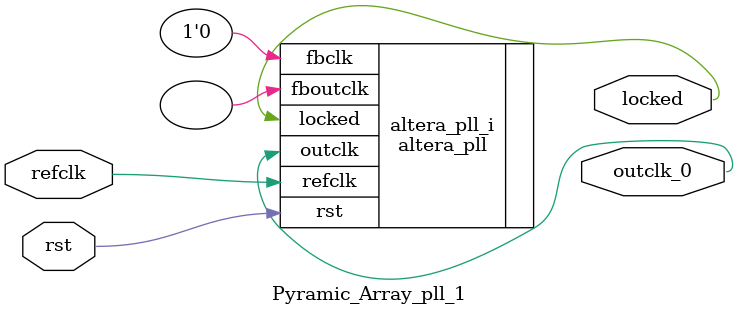
<source format=v>
`timescale 1ns/10ps
module  Pyramic_Array_pll_1(

	// interface 'refclk'
	input wire refclk,

	// interface 'reset'
	input wire rst,

	// interface 'outclk0'
	output wire outclk_0,

	// interface 'locked'
	output wire locked
);

	altera_pll #(
		.fractional_vco_multiplier("false"),
		.reference_clock_frequency("12.5 MHz"),
		.operation_mode("direct"),
		.number_of_clocks(1),
		.output_clock_frequency0("12.288135 MHz"),
		.phase_shift0("0 ps"),
		.duty_cycle0(50),
		.output_clock_frequency1("0 MHz"),
		.phase_shift1("0 ps"),
		.duty_cycle1(50),
		.output_clock_frequency2("0 MHz"),
		.phase_shift2("0 ps"),
		.duty_cycle2(50),
		.output_clock_frequency3("0 MHz"),
		.phase_shift3("0 ps"),
		.duty_cycle3(50),
		.output_clock_frequency4("0 MHz"),
		.phase_shift4("0 ps"),
		.duty_cycle4(50),
		.output_clock_frequency5("0 MHz"),
		.phase_shift5("0 ps"),
		.duty_cycle5(50),
		.output_clock_frequency6("0 MHz"),
		.phase_shift6("0 ps"),
		.duty_cycle6(50),
		.output_clock_frequency7("0 MHz"),
		.phase_shift7("0 ps"),
		.duty_cycle7(50),
		.output_clock_frequency8("0 MHz"),
		.phase_shift8("0 ps"),
		.duty_cycle8(50),
		.output_clock_frequency9("0 MHz"),
		.phase_shift9("0 ps"),
		.duty_cycle9(50),
		.output_clock_frequency10("0 MHz"),
		.phase_shift10("0 ps"),
		.duty_cycle10(50),
		.output_clock_frequency11("0 MHz"),
		.phase_shift11("0 ps"),
		.duty_cycle11(50),
		.output_clock_frequency12("0 MHz"),
		.phase_shift12("0 ps"),
		.duty_cycle12(50),
		.output_clock_frequency13("0 MHz"),
		.phase_shift13("0 ps"),
		.duty_cycle13(50),
		.output_clock_frequency14("0 MHz"),
		.phase_shift14("0 ps"),
		.duty_cycle14(50),
		.output_clock_frequency15("0 MHz"),
		.phase_shift15("0 ps"),
		.duty_cycle15(50),
		.output_clock_frequency16("0 MHz"),
		.phase_shift16("0 ps"),
		.duty_cycle16(50),
		.output_clock_frequency17("0 MHz"),
		.phase_shift17("0 ps"),
		.duty_cycle17(50),
		.pll_type("General"),
		.pll_subtype("General")
	) altera_pll_i (
		.rst	(rst),
		.outclk	({outclk_0}),
		.locked	(locked),
		.fboutclk	( ),
		.fbclk	(1'b0),
		.refclk	(refclk)
	);
endmodule


</source>
